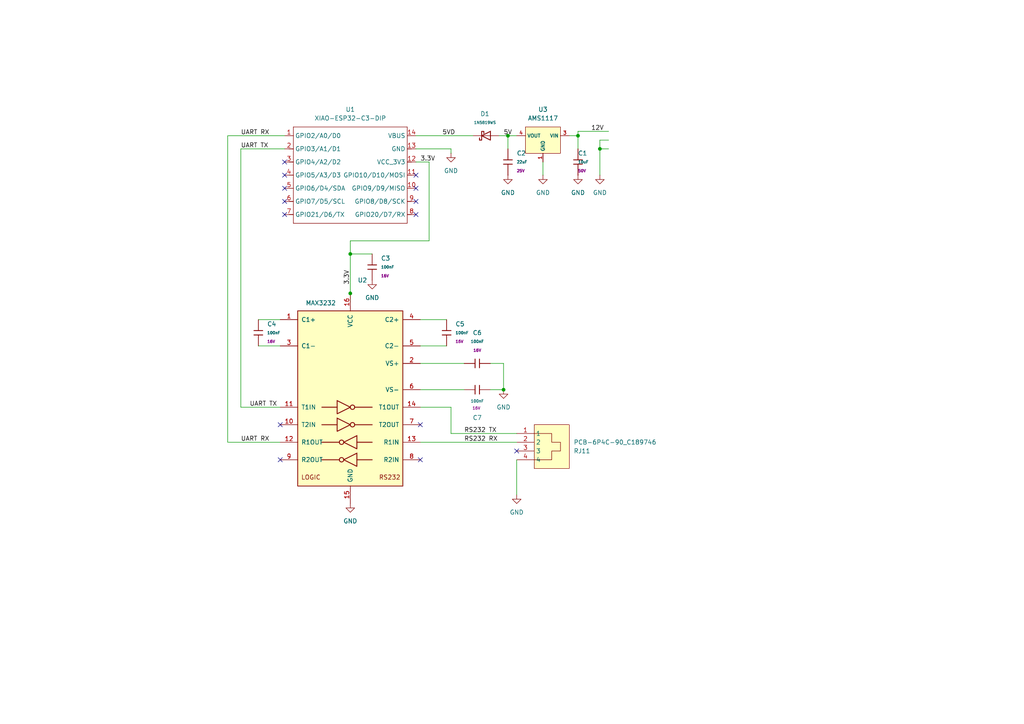
<source format=kicad_sch>
(kicad_sch (version 20250114) (generator "eeschema") (generator_version "9.0")
  (paper "A4")
  (lib_symbols
    (symbol "Interface_UART:MAX3232" (pin_names (offset 1.016))
      (property "Reference" "U" (at -2.54 28.575 0))
      (property "Value" "MAX3232" (at -2.54 26.67 0))
      (symbol "MAX3232_0_0"
        (text "LOGIC" (at -11.43 -22.86 0) (effects (font (size 1.27 1.27))))
        (text "RS232" (at 11.43 -22.86 0) (effects (font (size 1.27 1.27))))
      )
      (symbol "MAX3232_0_1"
        (rectangle (start -15.24 -25.4) (end 15.24 25.4) (stroke (width 0.254)) (fill (type background)))
        (polyline (pts (xy -3.81 -0.635) (xy -3.81 -4.445) (xy 0 -2.54) (xy -3.81 -0.635)) (stroke (width 0.254)))
        (polyline (pts (xy -3.81 -2.54) (xy -8.255 -2.54)) (stroke (width 0.254)))
        (polyline (pts (xy -3.81 -5.715) (xy -3.81 -9.525) (xy 0 -7.62) (xy -3.81 -5.715)) (stroke (width 0.254)))
        (polyline (pts (xy -3.81 -7.62) (xy -8.255 -7.62)) (stroke (width 0.254)))
        (polyline (pts (xy -3.175 -12.7) (xy -8.255 -12.7)) (stroke (width 0.254)))
        (polyline (pts (xy -3.175 -17.78) (xy -8.255 -17.78)) (stroke (width 0.254)))
        (circle (center -2.54 -12.7) (radius 0.635) (stroke (width 0.254)))
        (circle (center -2.54 -17.78) (radius 0.635) (stroke (width 0.254)))
        (circle (center 0.635 -2.54) (radius 0.635) (stroke (width 0.254)))
        (circle (center 0.635 -7.62) (radius 0.635) (stroke (width 0.254)))
        (polyline (pts (xy 1.27 -2.54) (xy 6.35 -2.54)) (stroke (width 0.254)))
        (polyline (pts (xy 1.27 -7.62) (xy 6.35 -7.62)) (stroke (width 0.254)))
        (polyline (pts (xy 1.905 -10.795) (xy 1.905 -14.605) (xy -1.905 -12.7) (xy 1.905 -10.795)) (stroke (width 0.254)))
        (polyline (pts (xy 1.905 -12.7) (xy 6.35 -12.7)) (stroke (width 0.254)))
        (polyline (pts (xy 1.905 -15.875) (xy 1.905 -19.685) (xy -1.905 -17.78) (xy 1.905 -15.875)) (stroke (width 0.254)))
        (polyline (pts (xy 1.905 -17.78) (xy 6.35 -17.78)) (stroke (width 0.254)))
      )
      (symbol "MAX3232_1_1"
        (pin passive line (at -20.32 22.86 0) (length 5.08) (name "C1+") (number "1"))
        (pin passive line (at -20.32 15.24 0) (length 5.08) (name "C1-") (number "3"))
        (pin input line (at -20.32 -2.54 0) (length 5.08) (name "T1IN") (number "11"))
        (pin input line (at -20.32 -7.62 0) (length 5.08) (name "T2IN") (number "10"))
        (pin output line (at -20.32 -12.7 0) (length 5.08) (name "R1OUT") (number "12"))
        (pin output line (at -20.32 -17.78 0) (length 5.08) (name "R2OUT") (number "9"))
        (pin power_in line (at 0 30.48 270) (length 5.08) (name "VCC") (number "16"))
        (pin power_in line (at 0 -30.48 90) (length 5.08) (name "GND") (number "15"))
        (pin passive line (at 20.32 22.86 180) (length 5.08) (name "C2+") (number "4"))
        (pin passive line (at 20.32 15.24 180) (length 5.08) (name "C2-") (number "5"))
        (pin power_out line (at 20.32 10.16 180) (length 5.08) (name "VS+") (number "2"))
        (pin power_out line (at 20.32 2.54 180) (length 5.08) (name "VS-") (number "6"))
        (pin output line (at 20.32 -2.54 180) (length 5.08) (name "T1OUT") (number "14"))
        (pin output line (at 20.32 -7.62 180) (length 5.08) (name "T2OUT") (number "7"))
        (pin input line (at 20.32 -12.7 180) (length 5.08) (name "R1IN") (number "13"))
        (pin input line (at 20.32 -17.78 180) (length 5.08) (name "R2IN") (number "8"))
      )
    )
    (symbol "PCM_JLCPCB-Capacitors:0402,100nF" (pin_numbers (hide yes)) (pin_names (offset 0))
      (property "Reference" "C" (at 2.032 1.668 0))
      (property "Value" "100nF" (at 2.032 -0.3782 0))
      (property "Voltage Rated" "16V" (at 2.032 -2.0462 0))
      (symbol "0402,100nF_0_1"
        (polyline (pts (xy -1.27 0.635) (xy 1.27 0.635)) (stroke (width 0.254)))
        (polyline (pts (xy -1.27 -0.635) (xy 1.27 -0.635)) (stroke (width 0.254)))
      )
      (symbol "0402,100nF_1_1"
        (pin passive line (at 0 3.81 270) (length 3.175) (name "~") (number "1"))
        (pin passive line (at 0 -3.81 90) (length 3.175) (name "~") (number "2"))
      )
    )
    (symbol "PCM_JLCPCB-Capacitors:1206,10uF" (pin_numbers (hide yes)) (pin_names (offset 0))
      (property "Reference" "C" (at 2.032 1.668 0))
      (property "Value" "10uF" (at 2.032 -0.3782 0))
      (property "Voltage Rated" "50V" (at 2.032 -2.0462 0))
      (symbol "1206,10uF_0_1"
        (polyline (pts (xy -1.27 0.635) (xy 1.27 0.635)) (stroke (width 0.254)))
        (polyline (pts (xy -1.27 -0.635) (xy 1.27 -0.635)) (stroke (width 0.254)))
      )
      (symbol "1206,10uF_1_1"
        (pin passive line (at 0 3.81 270) (length 3.175) (name "~") (number "1"))
        (pin passive line (at 0 -3.81 90) (length 3.175) (name "~") (number "2"))
      )
    )
    (symbol "PCM_JLCPCB-Capacitors:1206,22uF,(2)" (pin_numbers (hide yes)) (pin_names (offset 0))
      (property "Reference" "C" (at 2.032 1.668 0))
      (property "Value" "22uF" (at 2.032 -0.3782 0))
      (property "Voltage Rated" "25V" (at 2.032 -2.0462 0))
      (symbol "1206,22uF,(2)_0_1"
        (polyline (pts (xy -1.27 0.635) (xy 1.27 0.635)) (stroke (width 0.254)))
        (polyline (pts (xy -1.27 -0.635) (xy 1.27 -0.635)) (stroke (width 0.254)))
      )
      (symbol "1206,22uF,(2)_1_1"
        (pin passive line (at 0 3.81 270) (length 3.175) (name "~") (number "1"))
        (pin passive line (at 0 -3.81 90) (length 3.175) (name "~") (number "2"))
      )
    )
    (symbol "PCM_JLCPCB-Diodes:Schottky,1N5819WS" (pin_numbers (hide yes)) (pin_names (offset 0))
      (property "Reference" "D" (at 2.032 0.834 0))
      (property "Value" "1N5819WS" (at 2.032 -1.2122 0))
      (symbol "Schottky,1N5819WS_0_1"
        (polyline (pts (xy -1.27 1.27) (xy 0 -1.27) (xy 1.27 1.27) (xy -1.27 1.27)) (stroke (width 0.254)))
        (polyline (pts (xy 0.635 -1.905) (xy 1.27 -1.905) (xy 1.27 -1.27) (xy -1.27 -1.27) (xy -1.27 -0.635) (xy -0.635 -0.635)) (stroke (width 0.254)))
      )
      (symbol "Schottky,1N5819WS_1_1"
        (pin passive line (at 0 3.81 270) (length 3.81) (name "~") (number "2"))
        (pin passive line (at 0 -3.81 90) (length 3.81) (name "~") (number "1"))
      )
    )
    (symbol "PCM_JLCPCB-Power:LDO, 5V, 1A"
      (property "Reference" "U" (at 0 8.89 0))
      (property "Value" "AMS1117" (at 0 6.35 0))
      (symbol "LDO, 5V, 1A_0_1"
        (rectangle (start -5.08 5.08) (end 5.08 -2.54) (fill (type background)))
        (pin unspecified line (at -7.62 2.54 0) (length 2.54) (name "VIN") (number "3"))
        (pin unspecified line (at 0 -5.08 90) (length 2.54) (name "GND") (number "1"))
        (pin unspecified line (at 7.62 2.54 180) (length 2.54) (name "VOUT") (number "4"))
      )
      (symbol "LDO, 5V, 1A_1_1"
        (pin unspecified line (at 7.62 2.54 180) (length 2.54) (hide yes) (name "VOUT") (number "2"))
      )
    )
    (symbol "RJ11:PCB-6P4C-90_C189746"
      (property "Reference" "RJ" (at 0 -2.54 0))
      (property "Value" "PCB-6P4C-90_C189746" (at 0 -12.7 0))
      (symbol "PCB-6P4C-90_C189746_0_1"
        (rectangle (start -7.62 7.62) (end 5.08 -2.54) (fill (type background)))
        (polyline (pts (xy 2.54 -2.54) (xy 2.54 2.54) (xy 0 2.54) (xy 0 5.08) (xy -2.54 5.08) (xy -2.54 2.54) (xy -5.08 2.54) (xy -5.08 0) (xy -5.08 -2.54)))
        (pin unspecified line (at -5.08 -7.62 90) (length 5.08) (name "4") (number "4"))
        (pin unspecified line (at -2.54 -7.62 90) (length 5.08) (name "3") (number "3"))
        (pin unspecified line (at 0 -7.62 90) (length 5.08) (name "2") (number "2"))
        (pin unspecified line (at 2.54 -7.62 90) (length 5.08) (name "1") (number "1"))
      )
    )
    (symbol "Seeed_Studio_XIAO_Series:XIAO-ESP32-C3-DIP"
      (property "Reference" "U" (at 1.016 2.794 0))
      (property "Value" "XIAO-ESP32-C3-DIP" (at 7.62 1.016 0))
      (symbol "XIAO-ESP32-C3-DIP_1_0"
        (polyline (pts (xy 0 0) (xy 33.02 0)) (stroke (width 0.1524)))
        (polyline (pts (xy 0 -2.54) (xy -1.27 -2.54)) (stroke (width 0.1524)))
        (polyline (pts (xy 0 -2.54) (xy 0 0)) (stroke (width 0.1524)))
        (polyline (pts (xy 0 -6.35) (xy -1.27 -6.35)) (stroke (width 0.1524)))
        (polyline (pts (xy 0 -6.35) (xy 0 -2.54)) (stroke (width 0.1524)))
        (polyline (pts (xy 0 -10.16) (xy -1.27 -10.16)) (stroke (width 0.1524)))
        (polyline (pts (xy 0 -10.16) (xy 0 -6.35)) (stroke (width 0.1524)))
        (polyline (pts (xy 0 -13.97) (xy -1.27 -13.97)) (stroke (width 0.1524)))
        (polyline (pts (xy 0 -13.97) (xy 0 -10.16)) (stroke (width 0.1524)))
        (polyline (pts (xy 0 -17.78) (xy -1.27 -17.78)) (stroke (width 0.1524)))
        (polyline (pts (xy 0 -21.59) (xy -1.27 -21.59)) (stroke (width 0.1524)))
        (polyline (pts (xy 0 -25.4) (xy -1.27 -25.4)) (stroke (width 0.1524)))
        (polyline (pts (xy 0 -27.94) (xy 0 -13.97)) (stroke (width 0.1524)))
        (polyline (pts (xy 33.02 0) (xy 33.02 -2.54)) (stroke (width 0.1524)))
        (polyline (pts (xy 33.02 -2.54) (xy 33.02 -6.35)) (stroke (width 0.1524)))
        (polyline (pts (xy 33.02 -6.35) (xy 33.02 -10.16)) (stroke (width 0.1524)))
        (polyline (pts (xy 33.02 -10.16) (xy 33.02 -27.94)) (stroke (width 0.1524)))
        (polyline (pts (xy 33.02 -27.94) (xy 0 -27.94)) (stroke (width 0.1524)))
        (polyline (pts (xy 34.29 -2.54) (xy 33.02 -2.54)) (stroke (width 0.1524)))
        (polyline (pts (xy 34.29 -6.35) (xy 33.02 -6.35)) (stroke (width 0.1524)))
        (polyline (pts (xy 34.29 -10.16) (xy 33.02 -10.16)) (stroke (width 0.1524)))
        (polyline (pts (xy 34.29 -13.97) (xy 33.02 -13.97)) (stroke (width 0.1524)))
        (polyline (pts (xy 34.29 -17.78) (xy 33.02 -17.78)) (stroke (width 0.1524)))
        (polyline (pts (xy 34.29 -21.59) (xy 33.02 -21.59)) (stroke (width 0.1524)))
        (polyline (pts (xy 34.29 -25.4) (xy 33.02 -25.4)) (stroke (width 0.1524)))
        (pin passive line (at -2.54 -2.54 0) (length 2.54) (name "GPIO2/A0/D0") (number "1"))
        (pin passive line (at -2.54 -6.35 0) (length 2.54) (name "GPIO3/A1/D1") (number "2"))
        (pin passive line (at -2.54 -10.16 0) (length 2.54) (name "GPIO4/A2/D2") (number "3"))
        (pin passive line (at -2.54 -13.97 0) (length 2.54) (name "GPIO5/A3/D3") (number "4"))
        (pin passive line (at -2.54 -17.78 0) (length 2.54) (name "GPIO6/D4/SDA") (number "5"))
        (pin passive line (at -2.54 -21.59 0) (length 2.54) (name "GPIO7/D5/SCL") (number "6"))
        (pin passive line (at -2.54 -25.4 0) (length 2.54) (name "GPIO21/D6/TX") (number "7"))
        (pin passive line (at 35.56 -2.54 180) (length 2.54) (name "VBUS") (number "14"))
        (pin passive line (at 35.56 -6.35 180) (length 2.54) (name "GND") (number "13"))
        (pin passive line (at 35.56 -10.16 180) (length 2.54) (name "VCC_3V3") (number "12"))
        (pin passive line (at 35.56 -13.97 180) (length 2.54) (name "GPIO10/D10/MOSI") (number "11"))
        (pin passive line (at 35.56 -17.78 180) (length 2.54) (name "GPIO9/D9/MISO") (number "10"))
        (pin passive line (at 35.56 -21.59 180) (length 2.54) (name "GPIO8/D8/SCK") (number "9"))
        (pin passive line (at 35.56 -25.4 180) (length 2.54) (name "GPIO20/D7/RX") (number "8"))
      )
    )
    (symbol "power:GND" (power) (pin_numbers (hide yes)) (pin_names (offset 0) (hide yes))
      (property "Value" "GND" (at 0 -3.81 0))
      (symbol "GND_0_1"
        (polyline (pts (xy 0 0) (xy 0 -1.27) (xy 1.27 -1.27) (xy 0 -2.54) (xy -1.27 -1.27) (xy 0 -1.27)))
      )
      (symbol "GND_1_1"
        (pin power_in line (at 0 0 270) (length 0) (name "~") (number "1"))
      )
    )
  )
  (junction (at 146.05 113.03))
  (junction (at 167.64 39.37))
  (junction (at 101.6 73.66))
  (junction (at 101.6 85.09))
  (junction (at 173.99 43.18))
  (junction (at 147.32 39.37))
  (no_connect (at 120.65 54.61))
  (no_connect (at 81.28 133.35))
  (no_connect (at 82.55 62.23))
  (no_connect (at 120.65 58.42))
  (no_connect (at 120.65 50.8))
  (no_connect (at 82.55 58.42))
  (no_connect (at 120.65 62.23))
  (no_connect (at 121.92 133.35))
  (no_connect (at 81.28 123.19))
  (no_connect (at 82.55 54.61))
  (no_connect (at 82.55 50.8))
  (no_connect (at 121.92 123.19))
  (no_connect (at 149.86 130.81))
  (no_connect (at 82.55 46.99))
  (wire (pts (xy 101.6 87.63) (xy 101.6 85.09)))
  (wire (pts (xy 124.46 46.99) (xy 124.46 69.85)))
  (wire (pts (xy 101.6 73.66) (xy 101.6 85.09)))
  (wire (pts (xy 121.92 113.03) (xy 134.62 113.03)))
  (wire (pts (xy 149.86 133.35) (xy 149.86 143.51)))
  (wire (pts (xy 69.85 118.11) (xy 69.85 43.18)))
  (wire (pts (xy 147.32 39.37) (xy 149.86 39.37)))
  (wire (pts (xy 130.81 118.11) (xy 121.92 118.11)))
  (wire (pts (xy 165.1 39.37) (xy 167.64 39.37)))
  (wire (pts (xy 167.64 38.1) (xy 176.53 38.1)))
  (wire (pts (xy 74.93 100.33) (xy 81.28 100.33)))
  (wire (pts (xy 120.65 43.18) (xy 130.81 43.18)))
  (wire (pts (xy 173.99 40.64) (xy 176.53 40.64)))
  (wire (pts (xy 69.85 43.18) (xy 82.55 43.18)))
  (wire (pts (xy 69.85 118.11) (xy 81.28 118.11)))
  (wire (pts (xy 142.24 113.03) (xy 146.05 113.03)))
  (wire (pts (xy 121.92 92.71) (xy 129.54 92.71)))
  (wire (pts (xy 101.6 69.85) (xy 101.6 73.66)))
  (wire (pts (xy 120.65 39.37) (xy 137.16 39.37)))
  (wire (pts (xy 173.99 40.64) (xy 173.99 43.18)))
  (wire (pts (xy 66.04 128.27) (xy 66.04 39.37)))
  (wire (pts (xy 121.92 105.41) (xy 134.62 105.41)))
  (wire (pts (xy 121.92 100.33) (xy 129.54 100.33)))
  (wire (pts (xy 101.6 73.66) (xy 107.95 73.66)))
  (wire (pts (xy 130.81 118.11) (xy 130.81 125.73)))
  (wire (pts (xy 121.92 128.27) (xy 149.86 128.27)))
  (wire (pts (xy 167.64 39.37) (xy 167.64 43.18)))
  (wire (pts (xy 74.93 92.71) (xy 81.28 92.71)))
  (wire (pts (xy 66.04 39.37) (xy 82.55 39.37)))
  (wire (pts (xy 167.64 38.1) (xy 167.64 39.37)))
  (wire (pts (xy 146.05 113.03) (xy 146.05 105.41)))
  (wire (pts (xy 142.24 105.41) (xy 146.05 105.41)))
  (wire (pts (xy 120.65 46.99) (xy 124.46 46.99)))
  (wire (pts (xy 130.81 43.18) (xy 130.81 44.45)))
  (wire (pts (xy 66.04 128.27) (xy 81.28 128.27)))
  (wire (pts (xy 130.81 125.73) (xy 149.86 125.73)))
  (wire (pts (xy 157.48 46.99) (xy 157.48 50.8)))
  (wire (pts (xy 144.78 39.37) (xy 147.32 39.37)))
  (wire (pts (xy 147.32 39.37) (xy 147.32 43.18)))
  (wire (pts (xy 173.99 43.18) (xy 176.53 43.18)))
  (wire (pts (xy 173.99 43.18) (xy 173.99 50.8)))
  (wire (pts (xy 101.6 69.85) (xy 124.46 69.85)))
  (label "12V" (at 171.45 38.1 0))
  (label "RS232 RX" (at 134.62 128.27 0))
  (label "5VD" (at 128.27 39.37 0))
  (label "UART TX" (at 72.39 118.11 0))
  (label "3.3V" (at 101.6 82.55 90))
  (label "UART RX" (at 69.85 128.27 0))
  (label "UART RX" (at 69.85 39.37 0))
  (label "3.3V" (at 121.92 46.99 0))
  (label "RS232 TX" (at 134.62 125.73 0))
  (label "UART TX" (at 69.85 43.18 0))
  (label "5V" (at 146.05 39.37 0))
  (symbol (lib_id "RJ11:PCB-6P4C-90_C189746") (at 157.48 128.27 270) (mirror x) (unit 1)
    (property "Reference" "RJ11" (at 166.37 130.8101 90) (effects (justify left)))
    (property "Value" "PCB-6P4C-90_C189746" (at 166.37 128.2701 90) (effects (justify left)))
    (property "Footprint" "RJ11:RJ11-TH_PCB-6P4C-90_C189746" (effects (hide yes)))
    (property "Datasheet" "https://lcsc.com/product-detail/Ethernet-Connectors-Modular-Connectors_Shenzhen-Cankemeng-PCB-6P4C-90degree-gray-Full-gold_C189746.html" (effects (hide yes)))
    (property "LCSC Part" "C189746" (effects (hide yes)))
  )
  (symbol (lib_id "power:GND") (at 167.64 50.8 0) (unit 1)
    (property "Reference" "#PWR08" (effects (hide yes)))
    (property "Value" "GND" (at 167.64 55.88 0))
    (property "Description" "Power symbol creates a global label with name \"GND\" , ground" (effects (hide yes)))
  )
  (symbol (lib_id "power:GND") (at 173.99 50.8 0) (unit 1)
    (property "Reference" "#PWR03" (effects (hide yes)))
    (property "Value" "GND" (at 173.99 55.88 0))
    (property "Description" "Power symbol creates a global label with name \"GND\" , ground" (effects (hide yes)))
  )
  (symbol (lib_id "power:GND") (at 157.48 50.8 0) (unit 1)
    (property "Reference" "#PWR07" (effects (hide yes)))
    (property "Value" "GND" (at 157.48 55.88 0))
    (property "Description" "Power symbol creates a global label with name \"GND\" , ground" (effects (hide yes)))
  )
  (symbol (lib_id "Seeed_Studio_XIAO_Series:XIAO-ESP32-C3-DIP") (at 85.09 36.83 0) (unit 1)
    (property "Reference" "U1" (at 101.6 31.75 0))
    (property "Value" "XIAO-ESP32-C3-DIP" (at 101.6 34.29 0))
    (property "Footprint" "esp32:XIAO-ESP32C3-DIP" (effects (hide yes)))
  )
  (symbol (lib_id "power:GND") (at 147.32 50.8 0) (unit 1)
    (property "Reference" "#PWR09" (effects (hide yes)))
    (property "Value" "GND" (at 147.32 55.88 0))
    (property "Description" "Power symbol creates a global label with name \"GND\" , ground" (effects (hide yes)))
  )
  (symbol (lib_id "PCM_JLCPCB-Diodes:Schottky,1N5819WS") (at 140.97 39.37 270) (unit 1)
    (property "Reference" "D1" (at 140.6525 33.02 90))
    (property "Value" "1N5819WS" (at 140.6525 35.56 90) (effects (font (size 0.8 0.8))))
    (property "Footprint" "PCM_JLCPCB:D_SOD-323" (effects (hide yes)))
    (property "Datasheet" "https://www.lcsc.com/datasheet/lcsc_datasheet_2409300937_Guangdong-Hottech-1N5819WS_C191023.pdf" (effects (hide yes)))
    (property "Description" "40V 600mV@1A 1A SOD-323 Schottky Diodes ROHS" (effects (hide yes)))
    (property "LCSC" "C191023" (effects (hide yes)))
    (property "Stock" "1836556" (effects (hide yes)))
    (property "Price" "0.013USD" (effects (hide yes)))
    (property "Process" "SMT" (effects (hide yes)))
    (property "Minimum Qty" "20" (effects (hide yes)))
    (property "Attrition Qty" "10" (effects (hide yes)))
    (property "Class" "Basic Component" (effects (hide yes)))
    (property "Category" "Diodes,Schottky Barrier Diodes (SBD)" (effects (hide yes)))
    (property "Manufacturer" "Guangdong Hottech" (effects (hide yes)))
    (property "Part" "1N5819WS" (effects (hide yes)))
    (property "Rectified Current" "1A" (effects (hide yes)))
    (property "Forward Voltage (Vf@If)" "600mV@1A" (effects (hide yes)))
    (property "Reverse Voltage (Vr)" "40V" (effects (hide yes)))
  )
  (symbol (lib_id "PCM_JLCPCB-Capacitors:0402,100nF") (at 129.54 96.52 0) (unit 1)
    (property "Reference" "C5" (at 132.08 93.9799 0) (effects (justify left)))
    (property "Value" "100nF" (at 132.08 96.52 0) (effects (font (size 0.8 0.8)) (justify left)))
    (property "Footprint" "PCM_JLCPCB:C_0402" (effects (hide yes)))
    (property "Datasheet" "https://www.lcsc.com/datasheet/lcsc_datasheet_2304140030_Samsung-Electro-Mechanics-CL05B104KO5NNNC_C1525.pdf" (effects (hide yes)))
    (property "Description" "16V 100nF X7R ±10% 0402 Multilayer Ceramic Capacitors MLCC - SMD/SMT ROHS" (effects (hide yes)))
    (property "LCSC" "C1525" (effects (hide yes)))
    (property "Stock" "20208285" (effects (hide yes)))
    (property "Price" "0.004USD" (effects (hide yes)))
    (property "Process" "SMT" (effects (hide yes)))
    (property "Minimum Qty" "20" (effects (hide yes)))
    (property "Attrition Qty" "10" (effects (hide yes)))
    (property "Class" "Basic Component" (effects (hide yes)))
    (property "Category" "Capacitors,Multilayer Ceramic Capacitors MLCC - SMD/SMT" (effects (hide yes)))
    (property "Manufacturer" "Samsung Electro-Mechanics" (effects (hide yes)))
    (property "Part" "CL05B104KO5NNNC" (effects (hide yes)))
    (property "Voltage Rated" "16V" (at 132.08 99.06 0) (effects (font (size 0.8 0.8)) (justify left)))
    (property "Tolerance" "±10%" (effects (hide yes)))
    (property "Capacitance" "100nF" (effects (hide yes)))
    (property "Temperature Coefficient" "X7R" (effects (hide yes)))
  )
  (symbol (lib_id "PCM_JLCPCB-Capacitors:0402,100nF") (at 138.43 113.03 90) (unit 1)
    (property "Reference" "C7" (at 138.43 121.158 90))
    (property "Value" "100nF" (at 138.43 116.332 90) (effects (font (size 0.8 0.8))))
    (property "Footprint" "PCM_JLCPCB:C_0402" (effects (hide yes)))
    (property "Datasheet" "https://www.lcsc.com/datasheet/lcsc_datasheet_2304140030_Samsung-Electro-Mechanics-CL05B104KO5NNNC_C1525.pdf" (effects (hide yes)))
    (property "Description" "16V 100nF X7R ±10% 0402 Multilayer Ceramic Capacitors MLCC - SMD/SMT ROHS" (effects (hide yes)))
    (property "LCSC" "C1525" (effects (hide yes)))
    (property "Stock" "20208285" (effects (hide yes)))
    (property "Price" "0.004USD" (effects (hide yes)))
    (property "Process" "SMT" (effects (hide yes)))
    (property "Minimum Qty" "20" (effects (hide yes)))
    (property "Attrition Qty" "10" (effects (hide yes)))
    (property "Class" "Basic Component" (effects (hide yes)))
    (property "Category" "Capacitors,Multilayer Ceramic Capacitors MLCC - SMD/SMT" (effects (hide yes)))
    (property "Manufacturer" "Samsung Electro-Mechanics" (effects (hide yes)))
    (property "Part" "CL05B104KO5NNNC" (effects (hide yes)))
    (property "Voltage Rated" "16V" (at 138.176 118.364 90) (effects (font (size 0.8 0.8))))
    (property "Tolerance" "±10%" (effects (hide yes)))
    (property "Capacitance" "100nF" (effects (hide yes)))
    (property "Temperature Coefficient" "X7R" (effects (hide yes)))
  )
  (symbol (lib_id "PCM_JLCPCB-Capacitors:0402,100nF") (at 107.95 77.47 0) (unit 1)
    (property "Reference" "C3" (at 110.49 74.9299 0) (effects (justify left)))
    (property "Value" "100nF" (at 110.49 77.47 0) (effects (font (size 0.8 0.8)) (justify left)))
    (property "Footprint" "PCM_JLCPCB:C_0402" (effects (hide yes)))
    (property "Datasheet" "https://www.lcsc.com/datasheet/lcsc_datasheet_2304140030_Samsung-Electro-Mechanics-CL05B104KO5NNNC_C1525.pdf" (effects (hide yes)))
    (property "Description" "16V 100nF X7R ±10% 0402 Multilayer Ceramic Capacitors MLCC - SMD/SMT ROHS" (effects (hide yes)))
    (property "LCSC" "C1525" (effects (hide yes)))
    (property "Stock" "20208285" (effects (hide yes)))
    (property "Price" "0.004USD" (effects (hide yes)))
    (property "Process" "SMT" (effects (hide yes)))
    (property "Minimum Qty" "20" (effects (hide yes)))
    (property "Attrition Qty" "10" (effects (hide yes)))
    (property "Class" "Basic Component" (effects (hide yes)))
    (property "Category" "Capacitors,Multilayer Ceramic Capacitors MLCC - SMD/SMT" (effects (hide yes)))
    (property "Manufacturer" "Samsung Electro-Mechanics" (effects (hide yes)))
    (property "Part" "CL05B104KO5NNNC" (effects (hide yes)))
    (property "Voltage Rated" "16V" (at 110.49 80.01 0) (effects (font (size 0.8 0.8)) (justify left)))
    (property "Tolerance" "±10%" (effects (hide yes)))
    (property "Capacitance" "100nF" (effects (hide yes)))
    (property "Temperature Coefficient" "X7R" (effects (hide yes)))
  )
  (symbol (lib_id "power:GND") (at 107.95 81.28 0) (unit 1)
    (property "Reference" "#PWR04" (effects (hide yes)))
    (property "Value" "GND" (at 107.95 86.36 0))
    (property "Description" "Power symbol creates a global label with name \"GND\" , ground" (effects (hide yes)))
  )
  (symbol (lib_id "PCM_JLCPCB-Capacitors:0402,100nF") (at 74.93 96.52 0) (unit 1)
    (property "Reference" "C4" (at 77.47 93.9799 0) (effects (justify left)))
    (property "Value" "100nF" (at 77.47 96.52 0) (effects (font (size 0.8 0.8)) (justify left)))
    (property "Footprint" "PCM_JLCPCB:C_0402" (effects (hide yes)))
    (property "Datasheet" "https://www.lcsc.com/datasheet/lcsc_datasheet_2304140030_Samsung-Electro-Mechanics-CL05B104KO5NNNC_C1525.pdf" (effects (hide yes)))
    (property "Description" "16V 100nF X7R ±10% 0402 Multilayer Ceramic Capacitors MLCC - SMD/SMT ROHS" (effects (hide yes)))
    (property "LCSC" "C1525" (effects (hide yes)))
    (property "Stock" "20208285" (effects (hide yes)))
    (property "Price" "0.004USD" (effects (hide yes)))
    (property "Process" "SMT" (effects (hide yes)))
    (property "Minimum Qty" "20" (effects (hide yes)))
    (property "Attrition Qty" "10" (effects (hide yes)))
    (property "Class" "Basic Component" (effects (hide yes)))
    (property "Category" "Capacitors,Multilayer Ceramic Capacitors MLCC - SMD/SMT" (effects (hide yes)))
    (property "Manufacturer" "Samsung Electro-Mechanics" (effects (hide yes)))
    (property "Part" "CL05B104KO5NNNC" (effects (hide yes)))
    (property "Voltage Rated" "16V" (at 77.47 99.06 0) (effects (font (size 0.8 0.8)) (justify left)))
    (property "Tolerance" "±10%" (effects (hide yes)))
    (property "Capacitance" "100nF" (effects (hide yes)))
    (property "Temperature Coefficient" "X7R" (effects (hide yes)))
  )
  (symbol (lib_id "PCM_JLCPCB-Capacitors:1206,22uF,(2)") (at 147.32 46.99 0) (unit 1)
    (property "Reference" "C2" (at 149.86 44.4499 0) (effects (justify left)))
    (property "Value" "22uF" (at 149.86 46.99 0) (effects (font (size 0.8 0.8)) (justify left)))
    (property "Footprint" "PCM_JLCPCB:C_1206" (effects (hide yes)))
    (property "Datasheet" "https://www.lcsc.com/datasheet/lcsc_datasheet_2304140030_Samsung-Electro-Mechanics-CL31A226KAHNNNE_C12891.pdf" (effects (hide yes)))
    (property "Description" "25V 22uF X5R ±10% 1206 Multilayer Ceramic Capacitors MLCC - SMD/SMT ROHS" (effects (hide yes)))
    (property "LCSC" "C12891" (effects (hide yes)))
    (property "Stock" "2183567" (effects (hide yes)))
    (property "Price" "0.046USD" (effects (hide yes)))
    (property "Process" "SMT" (effects (hide yes)))
    (property "Minimum Qty" "5" (effects (hide yes)))
    (property "Attrition Qty" "4" (effects (hide yes)))
    (property "Class" "Basic Component" (effects (hide yes)))
    (property "Category" "Capacitors,Multilayer Ceramic Capacitors MLCC - SMD/SMT" (effects (hide yes)))
    (property "Manufacturer" "Samsung Electro-Mechanics" (effects (hide yes)))
    (property "Part" "CL31A226KAHNNNE" (effects (hide yes)))
    (property "Voltage Rated" "25V" (at 149.86 49.53 0) (effects (font (size 0.8 0.8)) (justify left)))
    (property "Tolerance" "±10%" (effects (hide yes)))
    (property "Capacitance" "22uF" (effects (hide yes)))
    (property "Temperature Coefficient" "X5R" (effects (hide yes)))
  )
  (symbol (lib_id "power:GND") (at 146.05 113.03 0) (unit 1)
    (property "Reference" "#PWR05" (effects (hide yes)))
    (property "Value" "GND" (at 146.05 118.11 0))
    (property "Description" "Power symbol creates a global label with name \"GND\" , ground" (effects (hide yes)))
  )
  (symbol (lib_id "power:GND") (at 130.81 44.45 0) (unit 1)
    (property "Reference" "#PWR01" (effects (hide yes)))
    (property "Value" "GND" (at 130.81 49.53 0))
    (property "Description" "Power symbol creates a global label with name \"GND\" , ground" (effects (hide yes)))
  )
  (symbol (lib_id "power:GND") (at 101.6 146.05 0) (unit 1)
    (property "Reference" "#PWR02" (effects (hide yes)))
    (property "Value" "GND" (at 101.6 151.13 0))
    (property "Description" "Power symbol creates a global label with name \"GND\" , ground" (effects (hide yes)))
  )
  (symbol (lib_id "PCM_JLCPCB-Capacitors:1206,10uF") (at 167.64 46.99 0) (unit 1)
    (property "Reference" "C1" (at 167.64 44.4499 0) (effects (justify left)))
    (property "Value" "10uF" (at 167.64 46.99 0) (effects (font (size 0.8 0.8)) (justify left)))
    (property "Footprint" "PCM_JLCPCB:C_1206" (effects (hide yes)))
    (property "Datasheet" "https://www.lcsc.com/datasheet/lcsc_datasheet_2304140030_Samsung-Electro-Mechanics-CL31A106KBHNNNE_C13585.pdf" (effects (hide yes)))
    (property "Description" "50V 10uF X5R ±10% 1206 Multilayer Ceramic Capacitors MLCC - SMD/SMT ROHS" (effects (hide yes)))
    (property "LCSC" "C13585" (effects (hide yes)))
    (property "Stock" "3698334" (effects (hide yes)))
    (property "Price" "0.035USD" (effects (hide yes)))
    (property "Process" "SMT" (effects (hide yes)))
    (property "Minimum Qty" "5" (effects (hide yes)))
    (property "Attrition Qty" "4" (effects (hide yes)))
    (property "Class" "Basic Component" (effects (hide yes)))
    (property "Category" "Capacitors,Multilayer Ceramic Capacitors MLCC - SMD/SMT" (effects (hide yes)))
    (property "Manufacturer" "Samsung Electro-Mechanics" (effects (hide yes)))
    (property "Part" "CL31A106KBHNNNE" (effects (hide yes)))
    (property "Voltage Rated" "50V" (at 167.64 49.53 0) (effects (font (size 0.8 0.8)) (justify left)))
    (property "Tolerance" "±10%" (effects (hide yes)))
    (property "Capacitance" "10uF" (effects (hide yes)))
    (property "Temperature Coefficient" "X5R" (effects (hide yes)))
  )
  (symbol (lib_id "PCM_JLCPCB-Capacitors:0402,100nF") (at 138.43 105.41 90) (unit 1)
    (property "Reference" "C6" (at 138.43 96.52 90))
    (property "Value" "100nF" (at 138.43 99.06 90) (effects (font (size 0.8 0.8))))
    (property "Footprint" "PCM_JLCPCB:C_0402" (effects (hide yes)))
    (property "Datasheet" "https://www.lcsc.com/datasheet/lcsc_datasheet_2304140030_Samsung-Electro-Mechanics-CL05B104KO5NNNC_C1525.pdf" (effects (hide yes)))
    (property "Description" "16V 100nF X7R ±10% 0402 Multilayer Ceramic Capacitors MLCC - SMD/SMT ROHS" (effects (hide yes)))
    (property "LCSC" "C1525" (effects (hide yes)))
    (property "Stock" "20208285" (effects (hide yes)))
    (property "Price" "0.004USD" (effects (hide yes)))
    (property "Process" "SMT" (effects (hide yes)))
    (property "Minimum Qty" "20" (effects (hide yes)))
    (property "Attrition Qty" "10" (effects (hide yes)))
    (property "Class" "Basic Component" (effects (hide yes)))
    (property "Category" "Capacitors,Multilayer Ceramic Capacitors MLCC - SMD/SMT" (effects (hide yes)))
    (property "Manufacturer" "Samsung Electro-Mechanics" (effects (hide yes)))
    (property "Part" "CL05B104KO5NNNC" (effects (hide yes)))
    (property "Voltage Rated" "16V" (at 138.43 101.6 90) (effects (font (size 0.8 0.8))))
    (property "Tolerance" "±10%" (effects (hide yes)))
    (property "Capacitance" "100nF" (effects (hide yes)))
    (property "Temperature Coefficient" "X7R" (effects (hide yes)))
  )
  (symbol (lib_id "PCM_JLCPCB-Power:LDO, 5V, 1A") (at 157.48 41.91 0) (mirror y) (unit 1)
    (property "Reference" "U3" (at 157.48 31.75 0))
    (property "Value" "AMS1117" (at 157.48 34.29 0))
    (property "Footprint" "PCM_JLCPCB:SOT-223_L6.5-W3.5-P2.30-LS7.0-BR" (effects (hide yes)))
    (property "Datasheet" "https://www.lcsc.com/datasheet/lcsc_datasheet_2410121532_Advanced-Monolithic-Systems-AMS1117-5-0_C6187.pdf" (effects (hide yes)))
    (property "Description" "68dB@(120Hz) 1A Fixed 5V Positive electrode 12V SOT-223 Voltage Regulators - Linear, Low Drop Out (LDO) Regulators ROHS" (effects (hide yes)))
    (property "LCSC" "C6187" (effects (hide yes)))
    (property "Stock" "118178" (effects (hide yes)))
    (property "Price" "0.189USD" (effects (hide yes)))
    (property "Process" "SMT" (effects (hide yes)))
    (property "Minimum Qty" "5" (effects (hide yes)))
    (property "Attrition Qty" "2" (effects (hide yes)))
    (property "Class" "Basic Component" (effects (hide yes)))
    (property "Category" "Power Management ICs,Linear Voltage Regulators (LDO)" (effects (hide yes)))
    (property "Manufacturer" "Advanced Monolithic Systems" (effects (hide yes)))
    (property "Part" "AMS1117-5.0" (effects (hide yes)))
    (property "Number Of Outputs" "1" (effects (hide yes)))
    (property "Output Voltage" "5V" (effects (hide yes)))
    (property "Dropout Voltage" "1.3V@(1A)" (effects (hide yes)))
    (property "Output Current" "1A" (effects (hide yes)))
    (property "Output Type" "Fixed" (effects (hide yes)))
    (property "Maximum Input Voltage" "12V" (effects (hide yes)))
    (property "Output Polarity" "Positive electrode" (effects (hide yes)))
    (property "Power Supply Rejection Ratio (Psrr)" "68dB@(120Hz)" (effects (hide yes)))
    (property "Feature" "Low ESR;Overcurrent Protection(OCP)" (effects (hide yes)))
  )
  (symbol (lib_id "Interface_UART:MAX3232") (at 101.6 115.57 0) (unit 1)
    (property "Reference" "U2" (at 103.7433 81.28 0) (effects (justify left)))
    (property "Value" "MAX3232" (at 88.646 87.884 0) (effects (justify left)))
    (property "Footprint" "Package_SO:SOIC-16_3.9x9.9mm_P1.27mm" (effects (hide yes)))
    (property "Datasheet" "https://datasheets.maximintegrated.com/en/ds/MAX3222-MAX3241.pdf" (effects (hide yes)))
    (property "Description" "3.0V to 5.5V, Low-Power, up to 1Mbps, True RS-232 Transceivers Using Four 0.1μF External Capacitors" (effects (hide yes)))
  )
  (symbol (lib_id "power:GND") (at 149.86 143.51 0) (unit 1)
    (property "Reference" "#PWR06" (effects (hide yes)))
    (property "Value" "GND" (at 149.86 148.59 0))
    (property "Description" "Power symbol creates a global label with name \"GND\" , ground" (effects (hide yes)))
  )
)
</source>
